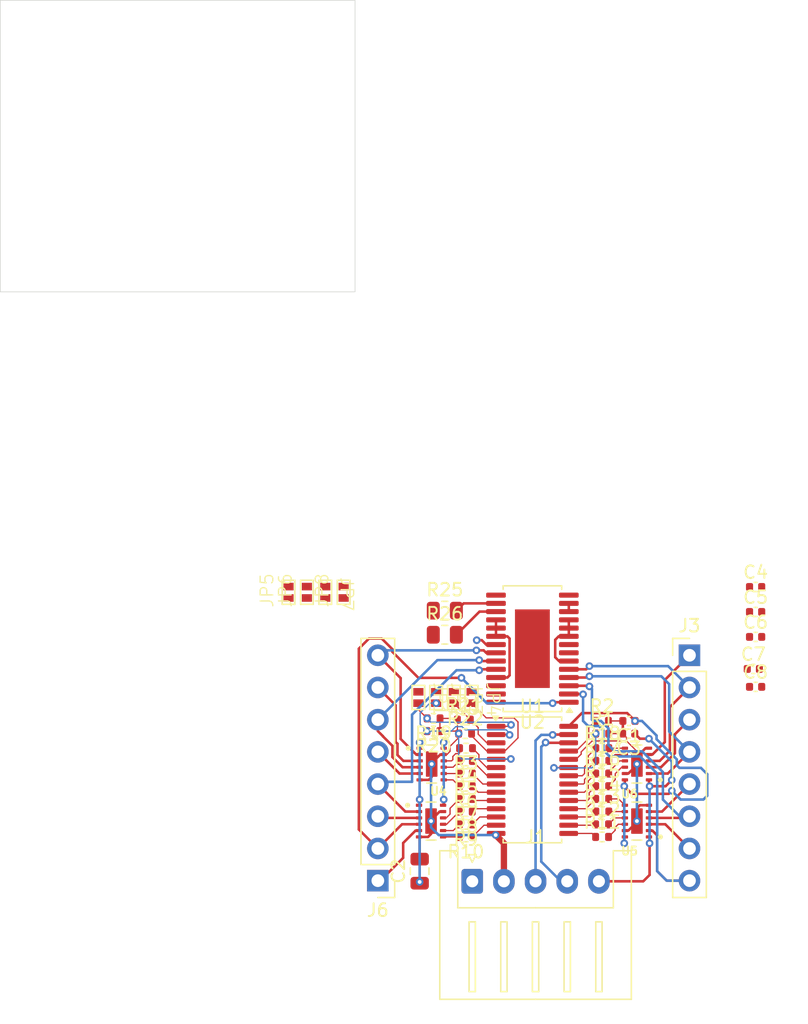
<source format=kicad_pcb>
(kicad_pcb (version 20240108) (generator "pcbnew") (generator_version "8.0")
  (layers (0 "F.Cu" signal) (31 "B.Cu" signal) (34 "B.Paste" user) (35 "F.Paste" user) (36 "B.SilkS" user "B.Silkscreen") (37 "F.SilkS" user "F.Silkscreen") (38 "B.Mask" user) (39 "F.Mask" user) (44 "Edge.Cuts" user))
  (net 0 "")
  (net 1 "+3V3")
  (net 2 "+5V")
  (net 3 "Net-(U2-VREF)")
  (net 4 "Net-(U2-REFCOMP)")
  (net 5 "SCL")
  (net 6 "SDA")
  (net 7 "EOUT1")
  (net 8 "Net-(J3-Pin_7)")
  (net 9 "GOUT1")
  (net 10 "FOUT1")
  (net 11 "Net-(J3-Pin_1)")
  (net 12 "Net-(J3-Pin_5)")
  (net 13 "HOUT1")
  (net 14 "Net-(J3-Pin_3)")
  (net 15 "A0")
  (net 16 "A1")
  (net 17 "A2")
  (net 18 "A3")
  (net 19 "A4")
  (net 20 "BOUT1")
  (net 21 "AOUT1")
  (net 22 "COUT1")
  (net 23 "DOUT1")
  (net 24 "Net-(U1-#OE)")
  (net 25 "Net-(U1-EXTCLK)")
  (net 26 "Net-(U1-PWM0)")
  (net 27 "AIN1")
  (net 28 "AIN2")
  (net 29 "Net-(U1-PWM1)")
  (net 30 "BIN1")
  (net 31 "Net-(U1-PWM2)")
  (net 32 "Net-(U1-PWM3)")
  (net 33 "BIN2")
  (net 34 "Net-(U1-PWM4)")
  (net 35 "CIN1")
  (net 36 "CIN2")
  (net 37 "Net-(U1-PWM5)")
  (net 38 "DIN1")
  (net 39 "Net-(U1-PWM6)")
  (net 40 "Net-(U1-PWM7)")
  (net 41 "DIN2")
  (net 42 "EIN1")
  (net 43 "Net-(U1-PWM8)")
  (net 44 "EIN2")
  (net 45 "Net-(U1-PWM9)")
  (net 46 "FIN1")
  (net 47 "Net-(U1-PWM10)")
  (net 48 "Net-(U1-PWM11)")
  (net 49 "FIN2")
  (net 50 "Net-(U1-PWM12)")
  (net 51 "GIN1")
  (net 52 "GIN2")
  (net 53 "Net-(U1-PWM13)")
  (net 54 "HIN1")
  (net 55 "Net-(U1-PWM14)")
  (net 56 "Net-(U1-PWM15)")
  (net 57 "HIN2")
  (net 58 "AD1")
  (net 59 "AD0")
  (net 60 "Net-(J6-Pin_1)")
  (net 61 "Net-(J6-Pin_7)")
  (net 62 "Net-(J6-Pin_5)")
  (net 63 "Net-(J6-Pin_3)")
  (footprint "Resistor_SMD:R_0402_1005Metric" (layer "F.Cu") (at 143.09 96)
    (property "Reference" "R21")
    (property "Value" "10kΩ")
  )
  (footprint "test_foot:jumper" (layer "F.Cu") (at 143.7 94.3 -90)
    (property "Reference" "JP4")
    (property "Value" "SolderJumper_2_Open")
  )
  (footprint "DRV8835DSSR:SON50P300X200X80-13N" (layer "F.Cu") (at 140.55 99.5)
    (property "Reference" "U3")
    (property "Value" "~")
  )
  (footprint "Resistor_SMD:R_0402_1005Metric" (layer "F.Cu") (at 143.25 104.26 180)
    (property "Reference" "R9")
    (property "Value" "220Ω")
  )
  (footprint "Resistor_SMD:R_0402_1005Metric" (layer "F.Cu") (at 154.01 97.1)
    (property "Reference" "R1")
    (property "Value" "10kΩ")
  )
  (footprint "Connector_PinHeader_2.54mm:PinHeader_1x08_P2.54mm_Vertical" (layer "F.Cu") (at 136.3 108.7 180)
    (property "Reference" "J6")
    (property "Value" "Conn_02x04_Top_Bottom")
  )
  (footprint "Resistor_SMD:R_0402_1005Metric" (layer "F.Cu") (at 143.25 102.25 180)
    (property "Reference" "R7")
    (property "Value" "220Ω")
  )
  (footprint "Resistor_SMD:R_0402_1005Metric" (layer "F.Cu") (at 154.01 102.25)
    (property "Reference" "R14")
    (property "Value" "220Ω")
  )
  (footprint "test_foot:jumper" (layer "F.Cu") (at 130.7 85.9 90)
    (property "Reference" "JP6")
    (property "Value" "SolderJumper_2_Open")
  )
  (footprint "test_foot:jumper" (layer "F.Cu") (at 139.5 94.3 -90)
    (property "Reference" "JP1")
    (property "Value" "SolderJumper_2_Open")
  )
  (footprint "Resistor_SMD:R_0402_1005Metric" (layer "F.Cu") (at 153.99 96.1)
    (property "Reference" "R2")
    (property "Value" "10kΩ")
  )
  (footprint "Resistor_SMD:R_0402_1005Metric" (layer "F.Cu") (at 154.02 99.25)
    (property "Reference" "R17")
    (property "Value" "220Ω")
  )
  (footprint "Resistor_SMD:R_0402_1005Metric" (layer "F.Cu") (at 143.25 100.25 180)
    (property "Reference" "R5")
    (property "Value" "220Ω")
  )
  (footprint "Capacitor_SMD:C_0805_2012Metric" (layer "F.Cu") (at 139.6 107.95 90)
    (property "Reference" "C2")
    (property "Value" "47u")
  )
  (footprint "Package_SO:HTSSOP-28-1EP_4.4x9.7mm_P0.65mm_EP2.75x6.2mm" (layer "F.Cu") (at 148.5 90.4 180)
    (property "Reference" "U2")
    (property "Value" "LTC2309xUF")
  )
  (footprint "Resistor_SMD:R_0402_1005Metric" (layer "F.Cu") (at 154.01 100.25)
    (property "Reference" "R16")
    (property "Value" "220Ω")
  )
  (footprint "Resistor_SMD:R_0402_1005Metric" (layer "F.Cu") (at 143.26 98.25 180)
    (property "Reference" "R3")
    (property "Value" "220Ω")
  )
  (footprint "test_foot:jumper" (layer "F.Cu") (at 132.15 86 -90)
    (property "Reference" "JP7")
    (property "Value" "SolderJumper_2_Open")
  )
  (footprint "Connector_JST:JST_XH_S5B-XH-A_1x05_P2.50mm_Horizontal" (layer "F.Cu") (at 143.75 108.75)
    (property "Reference" "J1")
    (property "Value" "Conn_01x05_Pin")
  )
  (footprint "Connector_PinHeader_2.54mm:PinHeader_1x08_P2.54mm_Vertical" (layer "F.Cu") (at 160.9 90.92)
    (property "Reference" "J3")
    (property "Value" "Conn_02x04_Top_Bottom")
  )
  (footprint "Capacitor_SMD:C_0402_1005Metric" (layer "F.Cu") (at 166.12 85.53)
    (property "Reference" "C4")
    (property "Value" "10u")
  )
  (footprint "Resistor_SMD:R_0402_1005Metric" (layer "F.Cu") (at 143.25 105.25 180)
    (property "Reference" "R10")
    (property "Value" "220Ω")
  )
  (footprint "test_foot:jumper" (layer "F.Cu") (at 133.6 85.9 90)
    (property "Reference" "JP8")
    (property "Value" "SolderJumper_2_Open")
  )
  (footprint "Resistor_SMD:R_0402_1005Metric" (layer "F.Cu") (at 154 104.26)
    (property "Reference" "R12")
    (property "Value" "220Ω")
  )
  (footprint "Capacitor_SMD:C_0402_1005Metric" (layer "F.Cu") (at 165.94 92)
    (property "Reference" "C7")
    (property "Value" "0.1u")
  )
  (footprint "Resistor_SMD:R_0402_1005Metric" (layer "F.Cu") (at 154 105.25)
    (property "Reference" "R11")
    (property "Value" "220Ω")
  )
  (footprint "Resistor_SMD:R_0402_1005Metric" (layer "F.Cu") (at 140.69 96.9 180)
    (property "Reference" "R20")
    (property "Value" "10kΩ")
  )
  (footprint "Resistor_SMD:R_0402_1005Metric" (layer "F.Cu") (at 154.02 98.25)
    (property "Reference" "R18")
    (property "Value" "220Ω")
  )
  (footprint "Resistor_SMD:R_0402_1005Metric" (layer "F.Cu") (at 143.24 101.25 180)
    (property "Reference" "R6")
    (property "Value" "220Ω")
  )
  (footprint "Resistor_SMD:R_0805_2012Metric" (layer "F.Cu") (at 141.5875 89.3)
    (property "Reference" "R26")
    (property "Value" "4.7kΩ")
  )
  (footprint "Resistor_SMD:R_0805_2012Metric" (layer "F.Cu") (at 141.5875 87.4)
    (property "Reference" "R25")
    (property "Value" "4.7kΩ")
  )
  (footprint "Resistor_SMD:R_0402_1005Metric" (layer "F.Cu") (at 154.01 101.25)
    (property "Reference" "R15")
    (property "Value" "220Ω")
  )
  (footprint "test_foot:jumper" (layer "F.Cu") (at 129.25 85.9 90)
    (property "Reference" "JP5")
    (property "Value" "SolderJumper_2_Open")
  )
  (footprint "test_foot:jumper" (layer "F.Cu") (at 140.9 94.3 -90)
    (property "Reference" "JP2")
    (property "Value" "SolderJumper_2_Open")
  )
  (footprint "Capacitor_SMD:C_0402_1005Metric" (layer "F.Cu") (at 166.12 93.41)
    (property "Reference" "C8")
    (property "Value" "10u")
  )
  (footprint "DRV8835DSSR:SON50P300X200X80-13N" (layer "F.Cu") (at 140.5 104)
    (property "Reference" "U4")
    (property "Value" "~")
  )
  (footprint "Resistor_SMD:R_0402_1005Metric" (layer "F.Cu") (at 140.7 95.9 180)
    (property "Reference" "R19")
    (property "Value" "10kΩ")
  )
  (footprint "Capacitor_SMD:C_0402_1005Metric" (layer "F.Cu") (at 156.1 97.1 180)
    (property "Reference" "C3")
    (property "Value" "10u")
  )
  (footprint "Resistor_SMD:R_0402_1005Metric" (layer "F.Cu") (at 143.24 103.25 180)
    (property "Reference" "R8")
    (property "Value" "220Ω")
  )
  (footprint "Resistor_SMD:R_0402_1005Metric" (layer "F.Cu") (at 154.02 103.25)
    (property "Reference" "R13")
    (property "Value" "220Ω")
  )
  (footprint "Capacitor_SMD:C_0402_1005Metric" (layer "F.Cu") (at 156.12 96.1 180)
    (property "Reference" "C1")
    (property "Value" "10u")
  )
  (footprint "DRV8835DSSR:SON50P300X200X80-13N" (layer "F.Cu") (at 156.75 104 180)
    (property "Reference" "U5")
    (property "Value" "~")
  )
  (footprint "DRV8835DSSR:SON50P300X200X80-13N" (layer "F.Cu") (at 156.75 99.5 180)
    (property "Reference" "U6")
    (property "Value" "~")
  )
  (footprint "Package_SO:TSSOP-28_4.4x9.7mm_P0.65mm" (layer "F.Cu") (at 148.5 100.75)
    (property "Reference" "U1")
    (property "Value" "PCA9685")
  )
  (footprint "test_foot:jumper" (layer "F.Cu") (at 142.3 94.3 -90)
    (property "Reference" "JP3")
    (property "Value" "SolderJumper_2_Open")
  )
  (footprint "Resistor_SMD:R_0402_1005Metric" (layer "F.Cu") (at 143.19 97.1)
    (property "Reference" "R22")
    (property "Value" "10kΩ")
  )
  (footprint "Resistor_SMD:R_0402_1005Metric" (layer "F.Cu") (at 143.25 99.25 180)
    (property "Reference" "R4")
    (property "Value" "220Ω")
  )
  (footprint "Capacitor_SMD:C_0402_1005Metric" (layer "F.Cu") (at 166.12 89.47)
    (property "Reference" "C6")
    (property "Value" "2.2u")
  )
  (footprint "Capacitor_SMD:C_0402_1005Metric" (layer "F.Cu") (at 166.12 87.5)
    (property "Reference" "C5")
    (property "Value" "0.1u")
  )
  (gr_rect (start 106.5 39.25) (end 134.5 62.25) (stroke (width 0.05)) (fill none) (layer "Edge.Cuts"))
  (segment (start 155.75 101.25) (end 156.35 101.85) (width 0.2) (layer "F.Cu") (net 1))
  (segment (start 155.8 100.75) (end 155.8 101.2) (width 0.2) (layer "F.Cu") (net 1))
  (segment (start 155.75 105.75) (end 155.75 105.3) (width 0.2) (layer "F.Cu") (net 1))
  (segment (start 155.98 95.48) (end 152.4075 95.48) (width 0.2) (layer "F.Cu") (net 1))
  (segment (start 141.5 102.7) (end 141.45 102.75) (width 0.2) (layer "F.Cu") (net 1))
  (segment (start 151.375 86.825) (end 151.375 87.475) (width 0.2) (layer "F.Cu") (net 1))
  (segment (start 144.506167 89.731166) (end 144.105294 89.731166) (width 0.2) (layer "F.Cu") (net 1))
  (segment (start 156.6 96.1) (end 155.98 95.48) (width 0.2) (layer "F.Cu") (net 1))
  (segment (start 152.4075 95.48) (end 151.3625 96.525) (width 0.2) (layer "F.Cu") (net 1))
  (segment (start 141.5 102.3) (end 141.5 102.7) (width 0.2) (layer "F.Cu") (net 1))
  (segment (start 159.261724 101.85) (end 159.505862 101.605862) (width 0.2) (layer "F.Cu") (net 1))
  (segment (start 141.5 98.25) (end 141.5 97.8) (width 0.2) (layer "F.Cu") (net 1))
  (segment (start 144.850001 90.075) (end 144.506167 89.731166) (width 0.2) (layer "F.Cu") (net 1))
  (segment (start 156.35 101.85) (end 159.261724 101.85) (width 0.2) (layer "F.Cu") (net 1))
  (segment (start 155.75 105.3) (end 155.8 105.25) (width 0.2) (layer "F.Cu") (net 1))
  (segment (start 155.8 101.2) (end 155.75 101.25) (width 0.2) (layer "F.Cu") (net 1))
  (segment (start 145.625 90.075) (end 144.850001 90.075) (width 0.2) (layer "F.Cu") (net 1))
  (via (at 141.5 97.8) (size 0.6) (drill 0.3) (layers "F.Cu" "B.Cu") (net 1))
  (via (at 159.505862 101.605862) (size 0.6) (drill 0.3) (layers "F.Cu" "B.Cu") (net 1))
  (via (at 144.105294 89.731166) (size 0.6) (drill 0.3) (layers "F.Cu" "B.Cu") (net 1))
  (via (at 141.5 102.3) (size 0.6) (drill 0.3) (layers "F.Cu" "B.Cu") (net 1))
  (via (at 155.75 101.25) (size 0.6) (drill 0.3) (layers "F.Cu" "B.Cu") (net 1))
  (via (at 155.75 105.75) (size 0.6) (drill 0.3) (layers "F.Cu" "B.Cu") (net 1))
  (via (at 156.6 96.1) (size 0.6) (drill 0.3) (layers "F.Cu" "B.Cu") (net 1))
  (segment (start 157.148529 96.1) (end 156.6 96.1) (width 0.2) (layer "B.Cu") (net 1))
  (segment (start 159.898698 99.133012) (end 158.3 97.534314) (width 0.2) (layer "B.Cu") (net 1))
  (segment (start 158.3 97.251471) (end 157.148529 96.1) (width 0.2) (layer "B.Cu") (net 1))
  (segment (start 162.3 100.3) (end 161.8 99.8) (width 0.2) (layer "B.Cu") (net 1))
  (segment (start 159.505862 101.605862) (end 160.2 102.3) (width 0.2) (layer "B.Cu") (net 1))
  (segment (start 160.2 102.3) (end 162 102.3) (width 0.2) (layer "B.Cu") (net 1))
  (segment (start 141.5 97.8) (end 141.5 102.3) (width 0.2) (layer "B.Cu") (net 1))
  (segment (start 162 102.3) (end 162.3 102) (width 0.2) (layer "B.Cu") (net 1))
  (segment (start 161.8 99.8) (end 160.1 99.8) (width 0.2) (layer "B.Cu") (net 1))
  (segment (start 158.3 97.534314) (end 158.3 97.251471) (width 0.2) (layer "B.Cu") (net 1))
  (segment (start 159.898698 99.598698) (end 159.898698 99.133012) (width 0.2) (layer "B.Cu") (net 1))
  (segment (start 155.75 101.25) (end 155.75 105.75) (width 0.2) (layer "B.Cu") (net 1))
  (segment (start 162.3 102) (end 162.3 100.3) (width 0.2) (layer "B.Cu") (net 1))
  (segment (start 160.1 99.8) (end 159.898698 99.598698) (width 0.2) (layer "B.Cu") (net 1))
  (segment (start 139.6 98.25) (end 139.6 97.8) (width 0.2) (layer "F.Cu") (net 2))
  (segment (start 157.7 97.5) (end 156.98 97.5) (width 0.2) (layer "F.Cu") (net 2))
  (segment (start 139.6 108.9) (end 139.6 108.8) (width 0.2) (layer "F.Cu") (net 2))
  (segment (start 157.7 101.2) (end 157.75 101.25) (width 0.2) (layer "F.Cu") (net 2))
  (segment (start 157.7 100.75) (end 157.7 101.2) (width 0.2) (layer "F.Cu") (net 2))
  (segment (start 159.013194 101.25) (end 157.75 101.25) (width 0.2) (layer "F.Cu") (net 2))
  (segment (start 156.98 97.5) (end 156.58 97.1) (width 0.2) (layer "F.Cu") (net 2))
  (segment (start 157.75 105.3) (end 157.7 105.25) (width 0.2) (layer "F.Cu") (net 2))
  (segment (start 139.6 102.3) (end 139.6 102.7) (width 0.2) (layer "F.Cu") (net 2))
  (segment (start 157.25 108.75) (end 153.75 108.75) (width 0.2) (layer "F.Cu") (net 2))
  (segment (start 159.498698 100.764496) (end 159.013194 101.25) (width 0.2) (layer "F.Cu") (net 2))
  (segment (start 157.75 105.75) (end 157.75 108.25) (width 0.2) (layer "F.Cu") (net 2))
  (segment (start 157.75 105.75) (end 157.75 105.3) (width 0.2) (layer "F.Cu") (net 2))
  (segment (start 157.75 108.25) (end 157.25 108.75) (width 0.2) (layer "F.Cu") (net 2))
  (segment (start 139.6 102.7) (end 139.55 102.75) (width 0.2) (layer "F.Cu") (net 2))
  (via (at 159.498698 100.764496) (size 0.6) (drill 0.3) (layers "F.Cu" "B.Cu") (net 2))
  (via (at 139.6 97.8) (size 0.6) (drill 0.3) (layers "F.Cu" "B.Cu") (net 2))
  (via (at 139.6 102.3) (size 0.6) (drill 0.3) (layers "F.Cu" "B.Cu") (net 2))
  (via (at 157.75 105.75) (size 0.6) (drill 0.3) (layers "F.Cu" "B.Cu") (net 2))
  (via (at 157.7 97.5) (size 0.6) (drill 0.3) (layers "F.Cu" "B.Cu") (net 2))
  (via (at 157.75 101.25) (size 0.6) (drill 0.3) (layers "F.Cu" "B.Cu") (net 2))
  (via (at 139.6 108.8) (size 0.6) (drill 0.3) (layers "F.Cu" "B.Cu") (net 2))
  (segment (start 139.6 97.8) (end 139.6 102.3) (width 0.2) (layer "B.Cu") (net 2))
  (segment (start 159.498698 100.764496) (end 159.498698 99.298698) (width 0.2) (layer "B.Cu") (net 2))
  (segment (start 159.498698 99.298698) (end 157.7 97.5) (width 0.2) (layer "B.Cu") (net 2))
  (segment (start 157.75 101.25) (end 157.75 105.75) (width 0.2) (layer "B.Cu") (net 2))
  (segment (start 139.6 108.8) (end 139.6 102.3) (width 0.2) (layer "B.Cu") (net 2))
  (segment (start 149.56763 97.825) (end 149.54263 97.8) (width 0.2) (layer "F.Cu") (net 5))
  (segment (start 142.5 89.3) (end 144.325 87.475) (width 0.2) (layer "F.Cu") (net 5))
  (segment (start 151.3625 97.825) (end 149.56763 97.825) (width 0.2) (layer "F.Cu") (net 5))
  (segment (start 144.325 87.475) (end 145.625 87.475) (width 0.2) (layer "F.Cu") (net 5))
  (via (at 149.54263 97.8) (size 0.6) (drill 0.3) (layers "F.Cu" "B.Cu") (net 5))
  (segment (start 149.2 98.14263) (end 149.2 107.2) (width 0.2) (layer "B.Cu") (net 5))
  (segment (start 149.2 107.2) (end 150.75 108.75) (width 0.2) (layer "B.Cu") (net 5))
  (segment (start 150.75 108.75) (end 151.25 108.75) (width 0.2) (layer "B.Cu") (net 5))
  (segment (start 149.54263 97.8) (end 149.2 98.14263) (width 0.2) (layer "B.Cu") (net 5))
  (segment (start 143.075 86.825) (end 145.625 86.825) (width 0.2) (layer "F.Cu") (net 6))
  (segment (start 151.3625 97.175) (end 150.125 97.175) (width 0.2) (layer "F.Cu") (net 6))
  (segment (start 150.125 97.175) (end 150.1 97.2) (width 0.2) (layer "F.Cu") (net 6))
  (segment (start 142.5 87.4) (end 143.075 86.825) (width 0.2) (layer "F.Cu") (net 6))
  (via (at 150.1 97.2) (size 0.6) (drill 0.3) (layers "F.Cu" "B.Cu") (net 6))
  (segment (start 148.75 97.65) (end 148.75 108.75) (width 0.2) (layer "B.Cu") (net 6))
  (segment (start 150.1 97.2) (end 149.2 97.2) (width 0.2) (layer "B.Cu") (net 6))
  (segment (start 149.2 97.2) (end 148.75 97.65) (width 0.2) (layer "B.Cu") (net 6))
  (segment (start 157.97136 104.75) (end 158.35 105.12864) (width 0.2) (layer "F.Cu") (net 7))
  (segment (start 158.35 105.12864) (end 158.35 107.95) (width 0.2) (layer "F.Cu") (net 7))
  (segment (start 152.475 93.975) (end 152.5 94) (width 0.2) (layer "F.Cu") (net 7))
  (segment (start 158.35 107.95) (end 159.1 108.7) (width 0.2) (layer "F.Cu") (net 7))
  (segment (start 159.1 108.7) (end 160.9 108.7) (width 0.2) (layer "F.Cu") (net 7))
  (segment (start 157.7 104.75) (end 157.97136 104.75) (width 0.2) (layer "F.Cu") (net 7))
  (segment (start 151.375 93.975) (end 152.475 93.975) (width 0.2) (layer "F.Cu") (net 7))
  (via (at 152.5 94) (size 0.6) (drill 0.3) (layers "F.Cu" "B.Cu") (net 7))
  (segment (start 153.748529 96.5) (end 154.1 96.851471) (width 0.2) (layer "B.Cu") (net 7))
  (segment (start 154.1 98.4) (end 154.6 98.9) (width 0.2) (layer "B.Cu") (net 7))
  (segment (start 156.998529 98.9) (end 158.35 100.251471) (width 0.2) (layer "B.Cu") (net 7))
  (segment (start 158.35 100.251471) (end 158.35 107.95) (width 0.2) (layer "B.Cu") (net 7))
  (segment (start 154.6 98.9) (end 156.998529 98.9) (width 0.2) (layer "B.Cu") (net 7))
  (segment (start 152.5 94) (end 152.5 96.1) (width 0.2) (layer "B.Cu") (net 7))
  (segment (start 152.5 96.1) (end 152.9 96.5) (width 0.2) (layer "B.Cu") (net 7))
  (segment (start 154.1 96.851471) (end 154.1 98.4) (width 0.2) (layer "B.Cu") (net 7))
  (segment (start 152.9 96.5) (end 153.748529 96.5) (width 0.2) (layer "B.Cu") (net 7))
  (segment (start 158.35 107.95) (end 159.1 108.7) (width 0.2) (layer "B.Cu") (net 7))
  (segment (start 159.1 108.7) (end 160.9 108.7) (width 0.2) (layer "B.Cu") (net 7))
  (segment (start 158.99 104.25) (end 160.9 106.16) (width 0.2) (layer "F.Cu") (net 8))
  (segment (start 157.7 104.25) (end 158.99 104.25) (width 0.2) (layer "F.Cu") (net 8))
  (segment (start 157.7 100.25) (end 159.19 100.25) (width 0.2) (layer "F.Cu") (net 9))
  (segment (start 159.19 100.25) (end 160.9 98.54) (width 0.2) (layer "F.Cu") (net 9))
  (segment (start 152.900346 92.675) (end 153.000045 92.575301) (width 0.2) (layer "F.Cu") (net 9))
  (segment (start 151.375 92.675) (end 152.900346 92.675) (width 0.2) (layer "F.Cu") (net 9))
  (via (at 153.000045 92.575301) (size 0.6) (drill 0.3) (layers "F.Cu" "B.Cu") (net 9))
  (segment (start 159.295301 96.935301) (end 160.9 98.54) (width 0.2) (layer "B.Cu") (net 9))
  (segment (start 159.295301 93.195301) (end 159.295301 96.935301) (width 0.2) (layer "B.Cu") (net 9))
  (segment (start 158.675301 92.575301) (end 159.295301 93.195301) (width 0.2) (layer "B.Cu") (net 9))
  (segment (start 153.000045 92.575301) (end 158.675301 92.575301) (width 0.2) (layer "B.Cu") (net 9))
  (segment (start 160.14 98.5) (end 160.5 98.86) (width 0.2) (layer "B.Cu") (net 9))
  (segment (start 152.949455 93.325) (end 152.999758 93.375303) (width 0.2) (layer "F.Cu") (net 10))
  (segment (start 160.77 103.75) (end 157.7 103.75) (width 0.2) (layer "F.Cu") (net 10))
  (segment (start 151.375 93.325) (end 152.949455 93.325) (width 0.2) (layer "F.Cu") (net 10))
  (segment (start 160.9 103.62) (end 160.77 103.75) (width 0.2) (layer "F.Cu") (net 10))
  (via (at 152.999758 93.375303) (size 0.6) (drill 0.3) (layers "F.Cu" "B.Cu") (net 10))
  (segment (start 158.8 100.135785) (end 158.8 102.3) (width 0.2) (layer "B.Cu") (net 10))
  (segment (start 153.2 93.575545) (end 153.2 96) (width 0.2) (layer "B.Cu") (net 10))
  (segment (start 153.2 96) (end 153.3 96.1) (width 0.2) (layer "B.Cu") (net 10))
  (segment (start 152.999758 93.375303) (end 153.2 93.575545) (width 0.2) (layer "B.Cu") (net 10))
  (segment (start 153.3 96.1) (end 153.914215 96.1) (width 0.2) (layer "B.Cu") (net 10))
  (segment (start 155 98.5) (end 157.164215 98.5) (width 0.2) (layer "B.Cu") (net 10))
  (segment (start 160.12 103.62) (end 160.9 103.62) (width 0.2) (layer "B.Cu") (net 10))
  (segment (start 154.5 98) (end 155 98.5) (width 0.2) (layer "B.Cu") (net 10))
  (segment (start 154.5 96.685785) (end 154.5 98) (width 0.2) (layer "B.Cu") (net 10))
  (segment (start 158.8 102.3) (end 160.12 103.62) (width 0.2) (layer "B.Cu") (net 10))
  (segment (start 153.914215 96.1) (end 154.5 96.685785) (width 0.2) (layer "B.Cu") (net 10))
  (segment (start 157.164215 98.5) (end 158.8 100.135785) (width 0.2) (layer "B.Cu") (net 10))
  (segment (start 158.95 97.77136) (end 158.95 92.87) (width 0.2) (layer "F.Cu") (net 11))
  (segment (start 157.97136 98.75) (end 158.95 97.77136) (width 0.2) (layer "F.Cu") (net 11))
  (segment (start 157.7 98.75) (end 157.97136 98.75) (width 0.2) (layer "F.Cu") (net 11))
  (segment (start 158.95 92.87) (end 160.9 90.92) (width 0.2) (layer "F.Cu") (net 11))
  (segment (start 158.73 103.25) (end 160.9 101.08) (width 0.2) (layer "F.Cu") (net 12))
  (segment (start 157.7 103.25) (end 158.73 103.25) (width 0.2) (layer "F.Cu") (net 12))
  (segment (start 159.35 98.45) (end 159.35 95.01) (width 0.2) (layer "F.Cu") (net 13))
  (segment (start 152.750298 92.025) (end 152.999999 91.775299) (width 0.2) (layer "F.Cu") (net 13))
  (segment (start 158.55 99.25) (end 159.35 98.45) (width 0.2) (layer "F.Cu") (net 13))
  (segment (start 159.35 95.01) (end 160.9 93.46) (width 0.2) (layer "F.Cu") (net 13))
  (segment (start 157.7 99.25) (end 158.55 99.25) (width 0.2) (layer "F.Cu") (net 13))
  (segment (start 151.375 92.025) (end 152.750298 92.025) (width 0.2) (layer "F.Cu") (net 13))
  (via (at 152.999999 91.775299) (size 0.6) (drill 0.3) (layers "F.Cu" "B.Cu") (net 13))
  (segment (start 159.215299 91.775299) (end 160.9 93.46) (width 0.2) (layer "B.Cu") (net 13))
  (segment (start 152.999999 91.775299) (end 159.215299 91.775299) (width 0.2) (layer "B.Cu") (net 13))
  (segment (start 157.7 99.75) (end 158.65 99.75) (width 0.2) (layer "F.Cu") (net 14))
  (segment (start 159.75 98.65) (end 159.75 97.15) (width 0.2) (layer "F.Cu") (net 14))
  (segment (start 159.75 97.15) (end 160.9 96) (width 0.2) (layer "F.Cu") (net 14))
  (segment (start 158.65 99.75) (end 159.75 98.65) (width 0.2) (layer "F.Cu") (net 14))
  (segment (start 145.6375 96.525) (end 146.696175 96.525) (width 0.1) (layer "F.Cu") (net 15))
  (segment (start 146.696175 96.525) (end 146.813137 96.408038) (width 0.1) (layer "F.Cu") (net 15))
  (segment (start 139.5 95.21) (end 140.19 95.9) (width 0.1) (layer "F.Cu") (net 15))
  (segment (start 139.5 94.7) (end 139.5 95.21) (width 0.1) (layer "F.Cu") (net 15))
  (via (at 146.813137 96.408038) (size 0.6) (drill 0.3) (layers "F.Cu" "B.Cu") (net 15))
  (via (at 140.19 95.9) (size 0.6) (drill 0.3) (layers "F.Cu" "B.Cu") (net 15))
  (segment (start 146.813137 96.408038) (end 146.605099 96.2) (width 0.1) (layer "B.Cu") (net 15))
  (segment (start 140.49 96.2) (end 140.19 95.9) (width 0.1) (layer "B.Cu") (net 15))
  (segment (start 146.605099 96.2) (end 140.49 96.2) (width 0.1) (layer "B.Cu") (net 15))
  (segment (start 146.7 97.2) (end 146.675 97.175) (width 0.1) (layer "F.Cu") (net 16))
  (segment (start 146.675 97.175) (end 145.6375 97.175) (width 0.1) (layer "F.Cu") (net 16))
  (segment (start 140.9 94.7) (end 140.9 94.8) (width 0.1) (layer "F.Cu") (net 16))
  (via (at 140.18 96.9) (size 0.6) (drill 0.3) (layers "F.Cu" "B.Cu") (net 16))
  (via (at 146.7 97.2) (size 0.6) (drill 0.3) (layers "F.Cu" "B.Cu") (net 16))
  (via (at 140.9 94.7) (size 0.6) (drill 0.3) (layers "F.Cu" "B.Cu") (net 16))
  (segment (start 142.452182 96.55) (end 142.102182 96.9) (width 0.1) (layer "B.Cu") (net 16))
  (segment (start 146.585319 96.958038) (end 146.427281 96.8) (width 0.1) (layer "B.Cu") (net 16))
  (segment (start 142.102182 96.9) (end 140.18 96.9) (width 0.1) (layer "B.Cu") (net 16))
  (segment (start 140.9 94.7) (end 140.4 94.7) (width 0.1) (layer "B.Cu") (net 16))
  (segment (start 140.4 94.7) (end 139.64 95.46) (width 0.1) (layer "B.Cu") (net 16))
  (segment (start 143.2 96.8) (end 142.95 96.55) (width 0.1) (layer "B.Cu") (net 16))
  (segment (start 146.427281 96.8) (end 143.2 96.8) (width 0.1) (layer "B.Cu") (net 16))
  (segment (start 146.7 97) (end 146.658038 96.958038) (width 0.1) (layer "B.Cu") (net 16))
  (segment (start 139.64 95.46) (end 139.64 96.36) (width 0.1) (layer "B.Cu") (net 16))
  (segment (start 146.658038 96.958038) (end 146.585319 96.958038) (width 0.1) (layer "B.Cu") (net 16))
  (segment (start 139.64 96.36) (end 140.18 96.9) (width 0.1) (layer "B.Cu") (net 16))
  (segment (start 146.7 97.2) (end 146.7 97) (width 0.1) (layer "B.Cu") (net 16))
  (segment (start 142.95 96.55) (end 142.452182 96.55) (width 0.1) (layer "B.Cu") (net 16))
  (segment (start 144.900001 97.825) (end 144.22 97.144999) (width 0.1) (layer "F.Cu") (net 17))
  (segment (start 142.3 94.7) (end 143.6 96) (width 0.1) (layer "F.Cu") (net 17))
  (segment (start 145.6375 97.825) (end 144.900001 97.825) (width 0.1) (layer "F.Cu") (net 17))
  (segment (start 144.22 97.144999) (end 144.22 96.62) (width 0.1) (layer "F.Cu") (net 17))
  (segment (start 144.22 96.62) (end 143.6 96) (width 0.1) (layer "F.Cu") (net 17))
  (segment (start 144.858038 95.858038) (end 147.040955 95.858038) (width 0.1) (layer "F.Cu") (net 18))
  (segment (start 147.363137 97.436863) (end 146.325 98.475) (width 0.1) (layer "F.Cu") (net 18))
  (segment (start 147.363137 96.18022) (end 147.363137 97.436863) (width 0.1) (layer "F.Cu") (net 18))
  (segment (start 145.6375 98.475) (end 144.900001 98.475) (width 0.1) (layer "F.Cu") (net 18))
  (segment (start 143.7 97.274999) (end 143.7 97.1) (width 0.1) (layer "F.Cu") (net 18))
  (segment (start 147.040955 95.858038) (end 147.363137 96.18022) (width 0.1) (layer "F.Cu") (net 18))
  (segment (start 143.7 94.7) (end 144.858038 95.858038) (width 0.1) (layer "F.Cu") (net 18))
  (segment (start 144.900001 98.475) (end 143.7 97.274999) (width 0.1) (layer "F.Cu") (net 18))
  (segment (start 146.325 98.475) (end 145.6375 98.475) (width 0.1) (layer "F.Cu") (net 18))
  (segment (start 142 98.099999) (end 142 98.5) (width 0.1) (layer "F.Cu") (net 19))
  (segment (start 140.55 100.515) (end 140.55 99.5) (width 0.2) (layer "F.Cu") (net 19))
  (segment (start 145.625 89.425) (end 146.525 89.425) (width 0.2) (layer "F.Cu") (net 19))
  (segment (start 141.75 98.75) (end 141.5 98.75) (width 0.1) (layer "F.Cu") (net 19))
  (segment (start 140.55 99.42864) (end 141.22864 98.75) (width 0.2) (layer "F.Cu") (net 19))
  (segment (start 154.5 96.1) (end 155.64 96.1) (width 0.1) (layer "F.Cu") (net 19))
  (segment (start 145.6375 105.0625) (end 145.6 105.1) (width 0.2) (layer "F.Cu") (net 19))
  (segment (start 156.07136 100.25) (end 156.75 99.57136) (width 0.2) (layer "F.Cu") (net 19))
  (segment (start 151.375 91.375) (end 150.600001 91.375) (width 0.2) (layer "F.Cu") (net 19))
  (segment (start 152.35 98.541786) (end 153.211786 97.68) (width 0.1) (layer "F.Cu") (net 19))
  (segment (start 142.48 96.9) (end 142.68 97.1) (width 0.1) (layer "F.Cu") (net 19))
  (segment (start 151.3625 99.125) (end 151.947746 99.125) (width 0.1) (layer "F.Cu") (net 19))
  (segment (start 142 98.5) (end 141.75 98.75) (width 0.1) (layer "F.Cu") (net 19))
  (segment (start 142.68 97.419999) (end 142 98.099999) (width 0.1) (layer "F.Cu") (net 19))
  (segment (start 150.3 91.074999) (end 150.3 89.7) (width 0.2) (layer "F.Cu") (net 19))
  (segment (start 156.75 102.985) (end 156.75 104) (width 0.2) (layer "F.Cu") (net 19))
  (segment (start 139.6 107) (end 139.6 105.3) (width 0.2) (layer "F.Cu") (net 19))
  (segment (start 156.07136 104.75) (end 156.75 104.07136) (width 0.2) (layer "F.Cu") (net 19))
  (segment (start 155.64 97.08) (end 155.62 97.1) (width 0.2) (layer "F.Cu") (net 19))
  (segment (start 141.22864 98.75) (end 141.5 98.75) (width 0.2) (layer "F.Cu") (net 19))
  (segment (start 145.625 88.125) (end 145.625 89.425) (width 0.2) (layer "F.Cu") (net 19))
  (segment (start 156.985 102.75) (end 156.75 102.985) (width 0.2) (layer "F.Cu") (net 19))
  (segment (start 140.315 100.75) (end 140.55 100.515) (width 0.2) (layer "F.Cu") (net 19))
  (segment (start 156.75 104.07136) (end 156.75 104) (width 0.2) (layer "F.Cu") (net 19))
  (segment (start 139.6 100.75) (end 140.315 100.75) (width 0.2) (layer "F.Cu") (net 19))
  (segment (start 156.75 98.49935) (end 156.75 99.5) (width 0.1) (layer "F.Cu") (net 19))
  (segment (start 151.947746 99.125) (end 152.35 98.722746) (width 0.1) (layer "F.Cu") (net 19))
  (segment (start 153.211786 97.68) (end 155.93065 97.68) (width 0.1) (layer "F.Cu") (net 19))
  (segment (start 142.58 96) (end 142.58 97) (width 0.1) (layer "F.Cu") (net 19))
  (segment (start 146.25 105.75) (end 145.6 105.1) (width 0.5) (layer "F.Cu") (net 19))
  (segment (start 146.7 89.6) (end 146.7 92.5) (width 0.2) (layer "F.Cu") (net 19))
  (segment (start 146.25 108.75) (end 146.25 105.75) (width 0.5) (layer "F.Cu") (net 19))
  (segment (start 155.8 104.75) (end 156.07136 104.75) (width 0.2) (layer "F.Cu") (net 19))
  (segment (start 157.42864 98.25) (end 156.75 98.92864) (width 0.2) (layer "F.Cu") (net 19))
  (segment (start 142.58 97) (end 142.68 97.1) (width 0.1) (layer "F.Cu") (net 19))
  (segment (start 157.7 98.25) (end 157.42864 98.25) (width 0.2) (layer "F.Cu") (net 19))
  (segment (start 139.55 105.25) (end 140.265 105.25) (width 0.2) (layer "F.Cu") (net 19))
  (segment (start 145.6375 99.125) (end 146.775 99.125) (width 0.1) (layer "F.Cu") (net 19))
  (segment (start 140.5 105.015) (end 140.5 104) (width 0.2) (layer "F.Cu") (net 19))
  (segment (start 152.35 98.722746) (end 152.35 98.541786) (width 0.1) (layer "F.Cu") (net 19))
  (segment (start 141.21 95.9) (end 142.48 95.9) (width 0.1) (layer "F.Cu") (net 19))
  (segment (start 151.375 88.125) (end 151.375 89.425) (width 0.2) (layer "F.Cu") (net 19))
  (segment (start 141.2 95.91) (end 141.21 95.9) (width 0.1) (layer "F.Cu") (net 19))
  (segment (start 154.52 97.1) (end 155.62 97.1) (width 0.1) (layer "F.Cu") (net 19))
  (segment (start 155.62 97.1) (end 155.93065 97.41065) (width 0.1) (layer "F.Cu") (net 19))
  (segment (start 155.64 96.1) (end 155.64 97.08) (width 0.2) (layer "F.Cu") (net 19))
  (segment (start 156.75 98.92864) (end 156.75 99.5) (width 0.2) (layer "F.Cu") (net 19))
  (segment (start 139.6 105.3) (end 139.55 105.25) (width 0.2) (layer "F.Cu") (net 19))
  (segment (start 146.525 89.425) (end 146.7 89.6) (width 0.2) (layer "F.Cu") (net 19))
  (segment (start 155.93065 97.68) (end 156.75 98.49935) (width 0.1) (layer "F.Cu") (net 19))
  (segment (start 155.8 100.25) (end 156.07136 100.25) (width 0.2) (layer "F.Cu") (net 19))
  (segment (start 140.5 103.92864) (end 140.5 104) (width 0.2) (layer "F.Cu") (net 19))
  (segment (start 142.68 97.1) (end 142.68 97.419999) (width 0.1) (layer "F.Cu") (net 19))
  (segment (start 154.5 96.1) (end 154.5 97.08) (width 0.1) (layer "F.Cu") (net 19))
  (segment (start 154.5 97.08) (end 154.52 97.1) (width 0.1) (layer "F.Cu") (net 19))
  (segment (start 145.6375 104.975) (end 145.6375 105.0625) (width 0.2) (layer "F.Cu") (net 19))
  (segment (start 140.55 99.5) (end 140.55 99.42864) (width 0.2) (layer "F.Cu") (net 19))
  (segment (start 142.48 95.9) (end 142.58 96) (width 0.1) (layer "F.Cu") (net 19))
  (segment (start 155.93065 97.41065) (end 155.93065 97.68) (width 0.1) (layer "F.Cu") (net 19))
  (segment (start 141.2 96.9) (end 142.48 96.9) (width 0.1) (layer "F.Cu") (net 19))
  (segment (start 156.75 99.57136) (end 156.75 99.5) (width 0.2) (layer "F.Cu") (net 19))
  (segment (start 141.2 96.9) (end 141.2 95.91) (width 0.1) (layer "F.Cu") (net 19))
  (segment (start 150.600001 91.375) (end 150.3 91.074999) (width 0.2) (layer "F.Cu") (net 19))
  (segment (start 146.7 92.5) (end 146.525 92.675) (width 0.2) (layer "F.Cu") (net 19))
  (segment (start 141.45 103.25) (end 141.17864 103.25) (width 0.2) (layer "F.Cu") (net 19))
  (segment (start 141.17864 103.25) (end 140.5 103.92864) (width 0.2) (layer "F.Cu") (net 19))
  (segment (start 157.7 102.75) (end 156.985 102.75) (width 0.2) (layer "F.Cu") (net 19))
  (segment (start 140.265 105.25) (end 140.5 105.015) (width 0.2) (layer "F.Cu") (net 19))
  (segment (start 146.525 92.675) (end 145.625 92.675) (width 0.2) (layer "F.Cu") (net 19))
  (segment (start 146.775 99.125) (end 146.8 99.1) (width 0.1) (layer "F.Cu") (net 19))
  (segment (start 150.575 89.425) (end 151.375 89.425) (width 0.2) (layer "F.Cu") (net 19))
  (segment (start 150.3 89.7) (end 150.575 89.425) (width 0.2) (layer "F.Cu") (net 19))
  (via (at 140.5 104) (size 0.6) (drill 0.3) (layers "F.Cu" "B.Cu") (net 19))
  (via (at 156.75 99.5) (size 0.6) (drill 0.3) (layers "F.Cu" "B.Cu") (net 19))
  (via (at 146.8 99.1) (size 0.6) (drill 0.3) (layers "F.Cu" "B.Cu") (net 19))
  (via (at 145.6 105.1) (size 0.6) (drill 0.3) (layers "F.Cu" "B.Cu") (net 19))
  (via (at 140.55 99.5) (size 0.6) (drill 0.3) (layers "F.Cu" "B.Cu") (net 19))
  (via (at 156.75 104) (size 0.6) (drill 0.3) (layers "F.Cu" "B.Cu") (net 19))
  (via (at 142.68 97.1) (size 0.6) (drill 0.3) (layers "F.Cu" "B.Cu") (net 19))
  (segment (start 142.68 98.88) (end 142.68 97.1) (width 0.1) (layer "B.Cu") (net 19))
  (segment (start 140.5 104.5) (end 140.5 104) (width 0.2) (layer "B.Cu") (net 19))
  (segment (start 145.6 105.1) (end 141.1 105.1) (width 0.2) (layer "B.Cu") (net 19))
  (segment (start 142.9 99.1) (end 142.68 98.88) (width 0.1) (layer "B.Cu") (net 19))
  (segment (start 140.5 104) (end 140.5 99.55) (width 0.2) (layer "B.Cu") (net 19))
  (segment (start 140.5 99.55) (end 140.55 99.5) (width 0.2) (layer "B.Cu") (net 19))
  (segment (start 146.8 99.1) (end 142.9 99.1) (width 0.1) (layer "B.Cu") (net 19))
  (segment (start 156.75 104) (end 156.75 99.5) (width 0.2) (layer "B.Cu") (net 19))
  (segment (start 141.1 105.1) (end 140.5 104.5) (width 0.2) (layer "B.Cu") (net 19))
  (segment (start 139.6 99.75) (end 138.25 99.75) (width 0.2) (layer "F.Cu") (net 20))
  (segment (start 136.7 97.3) (end 136.3 96.9) (width 0.2) (layer "F.Cu") (net 20))
  (segment (start 138.25 99.75) (end 137.45 98.95) (width 0.2) (layer "F.Cu") (net 20))
  (segment (start 145.625 91.375) (end 144.375003 91.375) (width 0.2) (layer "F.Cu") (net 20))
  (segment (start 137.45 98.95) (end 137.45 98.063654) (width 0.2) (layer "F.Cu") (net 20))
  (segment (start 136.7 97.313654) (end 136.7 97.3) (width 0.2) (layer "F.Cu") (net 20))
  (segment (start 136.3 96.9) (end 136.3 96) (width 0.2) (layer "F.Cu") (net 20))
  (segment (start 144.375003 91.375) (end 144.3 91.299997) (width 0.2) (layer "F.Cu") (net 20))
  (segment (start 137.45 98.063654) (end 136.7 97.313654) (width 0.2) (layer "F.Cu") (net 20))
  (via (at 144.3 91.299997) (size 0.6) (drill 0.3) (layers "F.Cu" "B.Cu") (net 20))
  (segment (start 144.3 91.299997) (end 141.000003 91.299997) (width 0.2) (layer "B.Cu") (net 20))
  (segment (start 141.000003 91.299997) (end 136.3 96) (width 0.2) (layer "B.Cu") (net 20))
  (segment (start 138.1 92.72) (end 136.3 90.92) (width 0.2) (layer "F.Cu") (net 21))
  (segment (start 139.6 98.75) (end 139.32864 98.75) (width 0.2) (layer "F.Cu") (net 21))
  (segment (start 144.655777 90.530776) (end 144.080222 90.530776) (width 0.2) (layer "F.Cu") (net 21))
  (segment (start 138.1 97.52136) (end 138.1 92.72) (width 0.2) (layer "F.Cu") (net 21))
  (segment (start 139.32864 98.75) (end 138.1 97.52136) (width 0.2) (layer "F.Cu") (net 21))
  (segment (start 145.625 90.725) (end 144.850001 90.725) (width 0.2) (layer "F.Cu") (net 21))
  (segment (start 144.850001 90.725) (end 144.655777 90.530776) (width 0.2) (layer "F.Cu") (net 21))
  (via (at 144.080222 90.530776) (size 0.6) (drill 0.3) (layers "F.Cu" "B.Cu") (net 21))
  (segment (start 136.689224 90.530776) (end 136.3 90.92) (width 0.2) (layer "B.Cu") (net 21))
  (segment (start 144.080222 90.530776) (end 136.689224 90.530776) (width 0.2) (layer "B.Cu") (net 21))
  (segment (start 145.625 92.025) (end 144.375 92.025) (width 0.2) (layer "F.Cu") (net 22))
  (segment (start 139.55 103.25) (end 138.47 103.25) (width 0.2) (layer "F.Cu") (net 22))
  (segment (start 144.375 92.025) (end 144.3 92.1) (width 0.2) (layer "F.Cu") (net 22))
  (segment (start 138.47 103.25) (end 136.3 101.08) (width 0.2) (layer "F.Cu") (net 22))
  (via (at 144.3 92.1) (size 0.6) (drill 0.3) (layers "F.Cu" "B.Cu") (net 22))
  (segment (start 139 100.9) (end 136.48 100.9) (width 0.2) (layer "B.Cu") (net 22))
  (segment (start 136.48 100.9) (end 136.3 101.08) (width 0.2) (layer "B.Cu") (net 22))
  (segment (start 142.505025 92.1) (end 139 95.605025) (width 0.2) (layer "B.Cu") (net 22))
  (segment (start 139 95.605025) (end 139 100.9) (width 0.2) (layer "B.Cu") (net 22))
  (segment (start 144.3 92.1) (end 142.505025 92.1) (width 0.2) (layer "B.Cu") (net 22))
  (segment (start 134.8 104.66) (end 136.3 106.16) (width 0.2) (layer "F.Cu") (net 23))
  (segment (start 138.21 104.25) (end 136.3 106.16) (width 0.2) (layer "F.Cu") (net 23))
  (segment (start 151.375 94.625) (end 150.175 94.625) (width 0.2) (layer "F.Cu") (net 23))
  (segment (start 150.175 94.625) (end 150.1 94.7) (width 0.2) (layer "F.Cu") (net 23))
  (segment (start 137.45 90.65) (end 137.45 90.443654) (width 0.2) (layer "F.Cu") (net 23))
  (segment (start 139.5 92.7) (end 137.45 90.65) (width 0.2) (layer "F.Cu") (net 23))
  (segment (start 135.6 89.6) (end 134.8 90.4) (width 0.2) (layer "F.Cu") (net 23))
  (segment (start 134.8 90.4) (end 134.8 104.66) (width 0.2) (layer "F.Cu") (net 23))
  (segment (start 142.9 92.7) (end 139.5 92.7) (width 0.2) (layer "F.Cu") (net 23))
  (segment (start 136.606346 89.6) (end 135.6 89.6) (width 0.2) (layer "F.Cu") (net 23))
  (segment (start 139.55 104.25) (end 138.21 104.25) (width 0.2) (layer "F.Cu") (net 23))
  (segment (start 137.45 90.443654) (end 136.606346 89.6) (width 0.2) (layer "F.Cu") (net 23))
  (via (at 142.9 92.7) (size 0.6) (drill 0.3) (layers "F.Cu" "B.Cu") (net 23))
  (via (at 150.1 94.7) (size 0.6) (drill 0.3) (layers "F.Cu" "B.Cu") (net 23))
  (segment (start 144.9 94.7) (end 142.9 92.7) (width 0.2) (layer "B.Cu") (net 23))
  (segment (start 150.1 94.7) (end 144.9 94.7) (width 0.2) (layer "B.Cu") (net 23))
  (segment (start 150.2 99.8) (end 150.225 99.775) (width 0.1) (layer "F.Cu") (net 24))
  (segment (start 150.225 99.775) (end 151.3625 99.775) (width 0.1) (layer "F.Cu") (net 24))
  (via (at 153.5 97.1) (size 0.6) (drill 0.3) (layers "F.Cu" "B.Cu") (net 24))
  (via (at 150.2 99.8) (size 0.6) (drill 0.3) (layers "F.Cu" "B.Cu") (net 24))
  (segment (start 153.5 99.5) (end 153.2 99.8) (width 0.1) (layer "B.Cu") (net 24))
  (segment (start 153.5 97.1) (end 153.5 99.5) (width 0.1) (layer "B.Cu") (net 24))
  (segment (start 153.2 99.8) (end 150.2 99.8) (width 0.1) (layer "B.Cu") (net 24))
  (segment (start 151.3625 98.475) (end 151.947746 98.475) (width 0.1) (layer "F.Cu") (net 25))
  (segment (start 152.95 97.472746) (end 152.95 96.63) (width 0.1) (layer "F.Cu") (net 25))
  (segment (start 152.95 96.63) (end 153.48 96.1) (width 0.1) (layer "F.Cu") (net 25))
  (segment (start 151.947746 98.475) (end 152.95 97.472746) (width 0.1) (layer "F.Cu") (net 25))
  (segment (start 144.28 98.76) (end 143.77 98.25) (width 0.1) (layer "F.Cu") (net 26))
  (segment (start 144.900001 99.775) (end 144.28 99.154999) (width 0.1) (layer "F.Cu") (net 26))
  (segment (start 145.6375 99.775) (end 144.900001 99.775) (width 0.1) (layer "F.Cu") (net 26))
  (segment (start 144.28 99.154999) (end 144.28 98.76) (width 0.1) (layer "F.Cu") (net 26))
  (segment (start 141.5 99.25) (end 142.125 99.25) (width 0.1) (layer "F.Cu") (net 27))
  (segment (start 142.125 99.25) (end 142.22 99.155) (width 0.1) (layer "F.Cu") (net 27))
  (segment (start 142.75 98.625) (end 142.75 98.25) (width 0.1) (layer "F.Cu") (net 27))
  (segment (start 142.22 98.901786) (end 142.441786 98.68) (width 0.1) (layer "F.Cu") (net 27))
  (segment (start 142.695 98.68) (end 142.75 98.625) (width 0.1) (layer "F.Cu") (net 27))
  (segment (start 142.441786 98.68) (end 142.695 98.68) (width 0.1) (layer "F.Cu") (net 27))
  (segment (start 142.22 99.155) (end 142.22 98.901786) (width 0.1) (layer "F.Cu") (net 27))
  (segment (start 142.74 99.25) (end 142.24 99.75) (width 0.1) (layer "F.Cu") (net 28))
  (segment (start 142.24 99.75) (end 141.5 99.75) (width 0.1) (layer "F.Cu") (net 28))
  (segment (start 145.6375 100.425) (end 144.935 100.425) (width 0.1) (layer "F.Cu") (net 29))
  (segment (start 144.935 100.425) (end 143.76 99.25) (width 0.1) (layer "F.Cu") (net 29))
  (segment (start 141.5 100.25) (end 142.74 100.25) (width 0.1) (layer "F.Cu") (net 30))
  (segment (start 144.585 101.075) (end 145.6375 101.075) (width 0.1) (layer "F.Cu") (net 31))
  (segment (start 143.76 100.25) (end 144.585 101.075) (width 0.1) (layer "F.Cu") (net 31))
  (segment (start 143.75 101.25) (end 144.225 101.725) (width 0.1) (layer "F.Cu") (net 32))
  (segment (start 144.225 101.725) (end 145.6375 101.725) (width 0.1) (layer "F.Cu") (net 32))
  (segment (start 142.23 100.75) (end 142.73 101.25) (width 0.1) (layer "F.Cu") (net 33))
  (segment (start 141.5 100.75) (end 142.23 100.75) (width 0.1) (layer "F.Cu") (net 33))
  (segment (start 145.6375 102.375) (end 143.885 102.375) (width 0.1) (layer "F.Cu") (net 34))
  (segment (start 143.885 102.375) (end 143.76 102.25) (width 0.1) (layer "F.Cu") (net 34))
  (segment (start 142 102.99) (end 142.74 102.25) (width 0.1) (layer "F.Cu") (net 35))
  (segment (start 141.45 103.75) (end 141.7 103.75) (width 0.1) (layer "F.Cu") (net 35))
  (segment (start 142 103.45) (end 142 102.99) (width 0.1) (layer "F.Cu") (net 35))
  (segment (start 141.7 103.75) (end 142 103.45) (width 0.1) (layer "F.Cu") (net 35))
  (segment (start 141.73 104.25) (end 141.45 104.25) (width 0.1) (layer "F.Cu") (net 36))
  (segment (start 142.73 103.25) (end 141.73 104.25) (width 0.1) (layer "F.Cu") (net 36))
  (segment (start 143.75 103.25) (end 143.975 103.025) (width 0.1) (layer "F.Cu") (net 37))
  (segment (start 143.975 103.025) (end 145.6375 103.025) (width 0.1) (layer "F.Cu") (net 37))
  (segment (start 142.25 104.75) (end 141.45 104.75) (width 0.1) (layer "F.Cu") (net 38))
  (segment (start 142.74 104.26) (end 142.25 104.75) (width 0.1) (layer "F.Cu") (net 38))
  (segment (start 144.345 103.675) (end 145.6375 103.675) (width 0.1) (layer "F.Cu") (net 39))
  (segment (start 143.76 104.26) (end 144.345 103.675) (width 0.1) (layer "F.Cu") (net 39))
  (segment (start 143.76 105.25) (end 144.685 104.325) (width 0.1) (layer "F.Cu") (net 40))
  (segment (start 144.685 104.325) (end 145.6375 104.325) (width 0.1) (layer "F.Cu") (net 40))
  (segment (start 141.45 105.25) (end 142.74 105.25) (width 0.1) (layer "F.Cu") (net 41))
  (segment (start 155.03 104.73) (end 154.51 105.25) (width 0.1) (layer "F.Cu") (net 42))
  (segment (start 155.03 104.5) (end 155.03 104.73) (width 0.1) (layer "F.Cu") (net 42))
  (segment (start 155.8 104.25) (end 155.28 104.25) (width 0.1) (layer "F.Cu") (net 42))
  (segment (start 155.28 104.25) (end 155.03 104.5) (width 0.1) (layer "F.Cu") (net 42))
  (segment (start 151.3625 104.975) (end 153.215 104.975) (width 0.1) (layer "F.Cu") (net 43))
  (segment (start 153.215 104.975) (end 153.49 105.25) (width 0.1) (layer "F.Cu") (net 43))
  (segment (start 155.02 103.75) (end 155.8 103.75) (width 0.1) (layer "F.Cu") (net 44))
  (segment (start 154.51 104.26) (end 155.02 103.75) (width 0.1) (layer "F.Cu") (net 44))
  (segment (start 153.425 104.325) (end 153.49 104.26) (width 0.1) (layer "F.Cu") (net 45))
  (segment (start 151.3625 104.325) (end 153.425 104.325) (width 0.1) (layer "F.Cu") (net 45))
  (segment (start 155.8 103.25) (end 154.53 103.25) (width 0.1) (layer "F.Cu") (net 46))
  (segment (start 153.085 103.675) (end 153.51 103.25) (width 0.1) (layer "F.Cu") (net 47))
  (segment (start 151.3625 103.675) (end 153.085 103.675) (width 0.1) (layer "F.Cu") (net 47))
  (segment (start 151.3625 103.025) (end 152.725 103.025) (width 0.1) (layer "F.Cu") (net 48))
  (segment (start 152.725 103.025) (end 153.5 102.25) (width 0.1) (layer "F.Cu") (net 48))
  (segment (start 154.52 102.25) (end 155.3 102.25) (width 0.1) (layer "F.Cu") (net 49))
  (segment (start 155.3 102.25) (end 155.8 102.75) (width 0.1) (layer "F.Cu") (net 49))
  (segment (start 152.98 101.77) (end 153.5 101.25) (width 0.1) (layer "F.Cu") (net 50))
  (segment (start 151.3625 102.375) (end 152.855 102.375) (width 0.1) (layer "F.Cu") (net 50))
  (segment (start 152.855 102.375) (end 152.98 102.25) (width 0.1) (layer "F.Cu") (net 50))
  (segment (start 152.98 102.25) (end 152.98 101.77) (width 0.1) (layer "F.Cu") (net 50))
  (segment (start 155.04 100.73) (end 154.52 101.25) (width 0.1) (layer "F.Cu") (net 51))
  (segment (start 155.55 99.75) (end 155.04 100.26) (width 0.1) (layer "F.Cu") (net 51))
  (segment (start 155.8 99.75) (end 155.55 99.75) (width 0.1) (layer "F.Cu") (net 51))
  (segment (start 155.04 100.26) (end 155.04 100.73) (width 0.1) (layer "F.Cu") (net 51))
  (segment (start 155.8 99.25) (end 155.398214 99.25) (width 0.1) (layer "F.Cu") (net 52))
  (segment (start 155.398214 99.25) (end 154.52 100.128214) (width 0.1) (layer "F.Cu") (net 52))
  (segment (start 154.52 100.128214) (end 154.52 100.25) (width 0.1) (layer "F.Cu") (net 52))
  (segment (start 152.600736 101.725) (end 152.912868 101.412868) (width 0.1) (layer "F.Cu") (net 53))
  (segment (start 152.912868 100.837132) (end 153.5 100.25) (width 0.1) (layer "F.Cu") (net 53))
  (segment (start 152.912868 101.412868) (end 152.912868 100.837132) (width 0.1) (layer "F.Cu") (net 53))
  (segment (start 151.3625 101.725) (end 152.600736 101.725) (width 0.1) (layer "F.Cu") (net 53))
  (segment (start 155.8 98.75) (end 155.03 98.75) (width 0.1) (layer "F.Cu") (net 54))
  (segment (start 155.03 98.75) (end 154.53 99.25) (width 0.1) (layer "F.Cu") (net 54))
  (segment (start 152.912868 100.412868) (end 152.912868 99.847132) (width 0.1) (layer "F.Cu") (net 55))
  (segment (start 152.612868 101) (end 152.612868 100.712868) (width 0.1) (layer "F.Cu") (net 55))
  (segment (start 152.612868 100.712868) (end 152.912868 100.412868) (width 0.1) (layer "F.Cu") (net 55))
  (segment (start 151.3625 101.075) (end 152.537868 101.075) (width 0.1) (layer "F.Cu") (net 55))
  (segment (start 152.912868 99.847132) (end 153.51 99.25) (width 0.1) (layer "F.Cu") (net 55))
  (segment (start 152.537868 101.075) (end 152.612868 101) (width 0.1) (layer "F.Cu") (net 55))
  (segment (start 152.612868 99.722868) (end 152.917868 99.417868) (width 0.1) (layer "F.Cu") (net 56))
  (segment (start 152.917868 99.417868) (end 152.917868 98.842132) (width 0.1) (layer "F.Cu") (net 56))
  (segment (start 152.917868 98.842132) (end 153.51 98.25) (width 0.1) (layer "F.Cu") (net 56))
  (segment (start 151.3625 100.425) (end 152.437868 100.425) (width 0.1) (layer "F.Cu") (net 56))
  (segment (start 152.437868 100.425) (end 152.612868 100.25) (width 0.1) (layer "F.Cu") (net 56))
  (segment (start 152.612868 100.25) (end 152.612868 99.722868) (width 0.1) (layer "F.Cu") (net 56))
  (segment (start 154.53 98.25) (end 155.8 98.25) (width 0.1) (layer "F.Cu") (net 57))
  (segment (start 139.55 104.75) (end 139.27864 104.75) (width 0.2) (layer "F.Cu") (net 60))
  (segment (start 138.3 106.9) (end 136.5 108.7) (width 0.2) (layer "F.Cu") (net 60))
  (segment (start 138.3 105.72864) (end 138.3 106.9) (width 0.2) (layer "F.Cu") (net 60))
  (segment (start 139.27864 104.75) (end 138.3 105.72864) (width 0.2) (layer "F.Cu") (net 60))
  (segment (start 136.5 108.7) (end 136.3 108.7) (width 0.2) (layer "F.Cu") (net 60))
  (segment (start 137.7 97.747969) (end 137.7 94.86) (width 0.2) (layer "F.Cu") (net 61))
  (segment (start 137.85 98.784314) (end 137.85 97.897969) (width 0.2) (layer "F.Cu") (net 61))
  (segment (start 139.6 99.25) (end 138.315686 99.25) (width 0.2) (layer "F.Cu") (net 61))
  (segment (start 137.85 97.897969) (end 137.7 97.747969) (width 0.2) (layer "F.Cu") (net 61))
  (segment (start 137.7 94.86) (end 136.3 93.46) (width 0.2) (layer "F.Cu") (net 61))
  (segment (start 138.315686 99.25) (end 137.85 98.784314) (width 0.2) (layer "F.Cu") (net 61))
  (segment (start 138.01 100.25) (end 136.3 98.54) (width 0.2) (layer "F.Cu") (net 62))
  (segment (start 139.6 100.25) (end 138.01 100.25) (width 0.2) (layer "F.Cu") (net 62))
  (segment (start 136.43 103.75) (end 136.3 103.62) (width 0.2) (layer "F.Cu") (net 63))
  (segment (start 139.55 103.75) (end 136.43 103.75) (width 0.2) (layer "F.Cu") (net 63))
)
</source>
